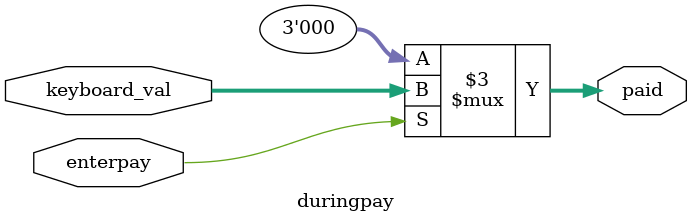
<source format=v>
`timescale 1ns / 1ps


module duringpay(
    input enterpay,//是否进入付款
    input [2:0] keyboard_val,
    output reg[2:0] paid
    );

    always@(enterpay,keyboard_val)
    begin
        if(enterpay)
        paid<=keyboard_val;
        else
        paid<=0;
    end

    
    
endmodule

</source>
